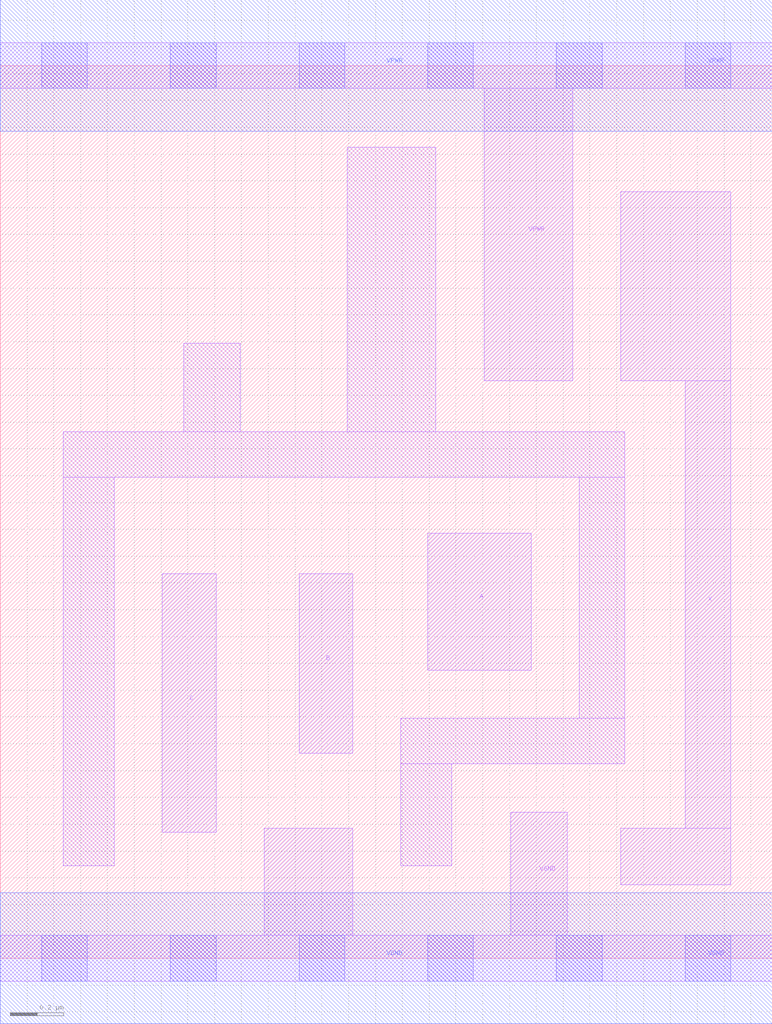
<source format=lef>
# Copyright 2020 The SkyWater PDK Authors
#
# Licensed under the Apache License, Version 2.0 (the "License");
# you may not use this file except in compliance with the License.
# You may obtain a copy of the License at
#
#     https://www.apache.org/licenses/LICENSE-2.0
#
# Unless required by applicable law or agreed to in writing, software
# distributed under the License is distributed on an "AS IS" BASIS,
# WITHOUT WARRANTIES OR CONDITIONS OF ANY KIND, either express or implied.
# See the License for the specific language governing permissions and
# limitations under the License.
#
# SPDX-License-Identifier: Apache-2.0

VERSION 5.7 ;
  NAMESCASESENSITIVE ON ;
  NOWIREEXTENSIONATPIN ON ;
  DIVIDERCHAR "/" ;
  BUSBITCHARS "[]" ;
UNITS
  DATABASE MICRONS 200 ;
END UNITS
MACRO sky130_fd_sc_lp__or3_m
  CLASS CORE ;
  SOURCE USER ;
  FOREIGN sky130_fd_sc_lp__or3_m ;
  ORIGIN  0.000000  0.000000 ;
  SIZE  2.880000 BY  3.330000 ;
  SYMMETRY X Y R90 ;
  SITE unit ;
  PIN A
    ANTENNAGATEAREA  0.126000 ;
    DIRECTION INPUT ;
    USE SIGNAL ;
    PORT
      LAYER li1 ;
        RECT 1.595000 1.075000 1.980000 1.585000 ;
    END
  END A
  PIN B
    ANTENNAGATEAREA  0.126000 ;
    DIRECTION INPUT ;
    USE SIGNAL ;
    PORT
      LAYER li1 ;
        RECT 1.115000 0.765000 1.315000 1.435000 ;
    END
  END B
  PIN C
    ANTENNAGATEAREA  0.126000 ;
    DIRECTION INPUT ;
    USE SIGNAL ;
    PORT
      LAYER li1 ;
        RECT 0.605000 0.470000 0.805000 1.435000 ;
    END
  END C
  PIN X
    ANTENNADIFFAREA  0.222600 ;
    DIRECTION OUTPUT ;
    USE SIGNAL ;
    PORT
      LAYER li1 ;
        RECT 2.315000 0.275000 2.725000 0.485000 ;
        RECT 2.315000 2.155000 2.725000 2.860000 ;
        RECT 2.555000 0.485000 2.725000 2.155000 ;
    END
  END X
  PIN VGND
    DIRECTION INOUT ;
    USE GROUND ;
    PORT
      LAYER li1 ;
        RECT 0.000000 -0.085000 2.880000 0.085000 ;
        RECT 0.985000  0.085000 1.315000 0.485000 ;
        RECT 1.905000  0.085000 2.115000 0.545000 ;
      LAYER mcon ;
        RECT 0.155000 -0.085000 0.325000 0.085000 ;
        RECT 0.635000 -0.085000 0.805000 0.085000 ;
        RECT 1.115000 -0.085000 1.285000 0.085000 ;
        RECT 1.595000 -0.085000 1.765000 0.085000 ;
        RECT 2.075000 -0.085000 2.245000 0.085000 ;
        RECT 2.555000 -0.085000 2.725000 0.085000 ;
      LAYER met1 ;
        RECT 0.000000 -0.245000 2.880000 0.245000 ;
    END
  END VGND
  PIN VPWR
    DIRECTION INOUT ;
    USE POWER ;
    PORT
      LAYER li1 ;
        RECT 0.000000 3.245000 2.880000 3.415000 ;
        RECT 1.805000 2.155000 2.135000 3.245000 ;
      LAYER mcon ;
        RECT 0.155000 3.245000 0.325000 3.415000 ;
        RECT 0.635000 3.245000 0.805000 3.415000 ;
        RECT 1.115000 3.245000 1.285000 3.415000 ;
        RECT 1.595000 3.245000 1.765000 3.415000 ;
        RECT 2.075000 3.245000 2.245000 3.415000 ;
        RECT 2.555000 3.245000 2.725000 3.415000 ;
      LAYER met1 ;
        RECT 0.000000 3.085000 2.880000 3.575000 ;
    END
  END VPWR
  OBS
    LAYER li1 ;
      RECT 0.235000 0.345000 0.425000 1.795000 ;
      RECT 0.235000 1.795000 2.330000 1.965000 ;
      RECT 0.685000 1.965000 0.895000 2.295000 ;
      RECT 1.295000 1.965000 1.625000 3.025000 ;
      RECT 1.495000 0.345000 1.685000 0.725000 ;
      RECT 1.495000 0.725000 2.330000 0.895000 ;
      RECT 2.160000 0.895000 2.330000 1.795000 ;
  END
END sky130_fd_sc_lp__or3_m

</source>
